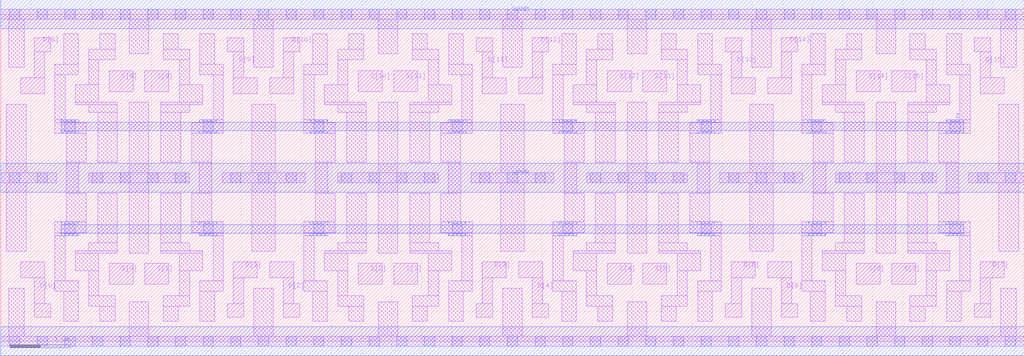
<source format=lef>
# Copyright 2020 The SkyWater PDK Authors
#
# Licensed under the Apache License, Version 2.0 (the "License");
# you may not use this file except in compliance with the License.
# You may obtain a copy of the License at
#
#     https://www.apache.org/licenses/LICENSE-2.0
#
# Unless required by applicable law or agreed to in writing, software
# distributed under the License is distributed on an "AS IS" BASIS,
# WITHOUT WARRANTIES OR CONDITIONS OF ANY KIND, either express or implied.
# See the License for the specific language governing permissions and
# limitations under the License.
#
# SPDX-License-Identifier: Apache-2.0

VERSION 5.7 ;
BUSBITCHARS "[]" ;
DIVIDERCHAR "/" ;
PROPERTYDEFINITIONS
  MACRO maskLayoutSubType STRING ;
  MACRO prCellType STRING ;
  MACRO originalViewName STRING ;
END PROPERTYDEFINITIONS
MACRO sky130_fd_sc_hdll__muxb16to1_1
  ORIGIN  0.000000  0.000000 ;
  CLASS CORE ;
  SYMMETRY X Y R90 ;
  SIZE  17.02000 BY  5.440000 ;
  SITE unithd ;
  PIN D[0]
    DIRECTION INPUT ;
    USE SIGNAL ;
    PORT
      LAYER li1 ;
        RECT 0.335000 1.055000 0.730000 1.325000 ;
        RECT 0.560000 0.395000 0.835000 0.625000 ;
        RECT 0.560000 0.625000 0.730000 1.055000 ;
    END
  END D[0]
  PIN D[1]
    DIRECTION INPUT ;
    USE SIGNAL ;
    PORT
      LAYER li1 ;
        RECT 3.765000 0.395000 4.040000 0.625000 ;
        RECT 3.870000 0.625000 4.040000 1.055000 ;
        RECT 3.870000 1.055000 4.265000 1.325000 ;
    END
  END D[1]
  PIN D[2]
    DIRECTION INPUT ;
    USE SIGNAL ;
    PORT
      LAYER li1 ;
        RECT 4.475000 1.055000 4.870000 1.325000 ;
        RECT 4.700000 0.395000 4.975000 0.625000 ;
        RECT 4.700000 0.625000 4.870000 1.055000 ;
    END
  END D[2]
  PIN D[3]
    DIRECTION INPUT ;
    USE SIGNAL ;
    PORT
      LAYER li1 ;
        RECT 7.905000 0.395000 8.180000 0.625000 ;
        RECT 8.010000 0.625000 8.180000 1.055000 ;
        RECT 8.010000 1.055000 8.405000 1.325000 ;
    END
  END D[3]
  PIN D[4]
    DIRECTION INPUT ;
    USE SIGNAL ;
    PORT
      LAYER li1 ;
        RECT 8.615000 1.055000 9.010000 1.325000 ;
        RECT 8.840000 0.395000 9.115000 0.625000 ;
        RECT 8.840000 0.625000 9.010000 1.055000 ;
    END
  END D[4]
  PIN D[5]
    DIRECTION INPUT ;
    USE SIGNAL ;
    PORT
      LAYER li1 ;
        RECT 12.045000 0.395000 12.320000 0.625000 ;
        RECT 12.150000 0.625000 12.320000 1.055000 ;
        RECT 12.150000 1.055000 12.545000 1.325000 ;
    END
  END D[5]
  PIN D[6]
    DIRECTION INPUT ;
    USE SIGNAL ;
    PORT
      LAYER li1 ;
        RECT 12.755000 1.055000 13.150000 1.325000 ;
        RECT 12.980000 0.395000 13.255000 0.625000 ;
        RECT 12.980000 0.625000 13.150000 1.055000 ;
    END
  END D[6]
  PIN D[7]
    DIRECTION INPUT ;
    USE SIGNAL ;
    PORT
      LAYER li1 ;
        RECT 16.185000 0.395000 16.460000 0.625000 ;
        RECT 16.290000 0.625000 16.460000 1.055000 ;
        RECT 16.290000 1.055000 16.685000 1.325000 ;
    END
  END D[7]
  PIN D[8]
    DIRECTION INPUT ;
    USE SIGNAL ;
    PORT
      LAYER li1 ;
        RECT 0.335000 4.115000 0.730000 4.385000 ;
        RECT 0.560000 4.385000 0.730000 4.815000 ;
        RECT 0.560000 4.815000 0.835000 5.045000 ;
    END
  END D[8]
  PIN D[9]
    DIRECTION INPUT ;
    USE SIGNAL ;
    PORT
      LAYER li1 ;
        RECT 3.765000 4.815000 4.040000 5.045000 ;
        RECT 3.870000 4.115000 4.265000 4.385000 ;
        RECT 3.870000 4.385000 4.040000 4.815000 ;
    END
  END D[9]
  PIN D[10]
    DIRECTION INPUT ;
    USE SIGNAL ;
    PORT
      LAYER li1 ;
        RECT 4.475000 4.115000 4.870000 4.385000 ;
        RECT 4.700000 4.385000 4.870000 4.815000 ;
        RECT 4.700000 4.815000 4.975000 5.045000 ;
    END
  END D[10]
  PIN D[11]
    DIRECTION INPUT ;
    USE SIGNAL ;
    PORT
      LAYER li1 ;
        RECT 7.905000 4.815000 8.180000 5.045000 ;
        RECT 8.010000 4.115000 8.405000 4.385000 ;
        RECT 8.010000 4.385000 8.180000 4.815000 ;
    END
  END D[11]
  PIN D[12]
    DIRECTION INPUT ;
    USE SIGNAL ;
    PORT
      LAYER li1 ;
        RECT 8.615000 4.115000 9.010000 4.385000 ;
        RECT 8.840000 4.385000 9.010000 4.815000 ;
        RECT 8.840000 4.815000 9.115000 5.045000 ;
    END
  END D[12]
  PIN D[13]
    DIRECTION INPUT ;
    USE SIGNAL ;
    PORT
      LAYER li1 ;
        RECT 12.045000 4.815000 12.320000 5.045000 ;
        RECT 12.150000 4.115000 12.545000 4.385000 ;
        RECT 12.150000 4.385000 12.320000 4.815000 ;
    END
  END D[13]
  PIN D[14]
    DIRECTION INPUT ;
    USE SIGNAL ;
    PORT
      LAYER li1 ;
        RECT 12.755000 4.115000 13.150000 4.385000 ;
        RECT 12.980000 4.385000 13.150000 4.815000 ;
        RECT 12.980000 4.815000 13.255000 5.045000 ;
    END
  END D[14]
  PIN D[15]
    DIRECTION INPUT ;
    USE SIGNAL ;
    PORT
      LAYER li1 ;
        RECT 16.185000 4.815000 16.460000 5.045000 ;
        RECT 16.290000 4.115000 16.685000 4.385000 ;
        RECT 16.290000 4.385000 16.460000 4.815000 ;
    END
  END D[15]
  PIN S[0]
    DIRECTION INPUT ;
    USE SIGNAL ;
    PORT
      LAYER li1 ;
        RECT 1.805000 0.945000 2.205000 1.295000 ;
    END
  END S[0]
  PIN S[1]
    DIRECTION INPUT ;
    USE SIGNAL ;
    PORT
      LAYER li1 ;
        RECT 2.395000 0.945000 2.795000 1.295000 ;
    END
  END S[1]
  PIN S[2]
    DIRECTION INPUT ;
    USE SIGNAL ;
    PORT
      LAYER li1 ;
        RECT 5.945000 0.945000 6.345000 1.295000 ;
    END
  END S[2]
  PIN S[3]
    DIRECTION INPUT ;
    USE SIGNAL ;
    PORT
      LAYER li1 ;
        RECT 6.535000 0.945000 6.935000 1.295000 ;
    END
  END S[3]
  PIN S[4]
    DIRECTION INPUT ;
    USE SIGNAL ;
    PORT
      LAYER li1 ;
        RECT 10.085000 0.945000 10.485000 1.295000 ;
    END
  END S[4]
  PIN S[5]
    DIRECTION INPUT ;
    USE SIGNAL ;
    PORT
      LAYER li1 ;
        RECT 10.675000 0.945000 11.075000 1.295000 ;
    END
  END S[5]
  PIN S[6]
    DIRECTION INPUT ;
    USE SIGNAL ;
    PORT
      LAYER li1 ;
        RECT 14.225000 0.945000 14.625000 1.295000 ;
    END
  END S[6]
  PIN S[7]
    DIRECTION INPUT ;
    USE SIGNAL ;
    PORT
      LAYER li1 ;
        RECT 14.815000 0.945000 15.215000 1.295000 ;
    END
  END S[7]
  PIN S[8]
    DIRECTION INPUT ;
    USE SIGNAL ;
    PORT
      LAYER li1 ;
        RECT 1.805000 4.145000 2.205000 4.495000 ;
    END
  END S[8]
  PIN S[9]
    DIRECTION INPUT ;
    USE SIGNAL ;
    PORT
      LAYER li1 ;
        RECT 2.395000 4.145000 2.795000 4.495000 ;
    END
  END S[9]
  PIN S[10]
    DIRECTION INPUT ;
    USE SIGNAL ;
    PORT
      LAYER li1 ;
        RECT 5.945000 4.145000 6.345000 4.495000 ;
    END
  END S[10]
  PIN S[11]
    DIRECTION INPUT ;
    USE SIGNAL ;
    PORT
      LAYER li1 ;
        RECT 6.535000 4.145000 6.935000 4.495000 ;
    END
  END S[11]
  PIN S[12]
    DIRECTION INPUT ;
    USE SIGNAL ;
    PORT
      LAYER li1 ;
        RECT 10.085000 4.145000 10.485000 4.495000 ;
    END
  END S[12]
  PIN S[13]
    DIRECTION INPUT ;
    USE SIGNAL ;
    PORT
      LAYER li1 ;
        RECT 10.675000 4.145000 11.075000 4.495000 ;
    END
  END S[13]
  PIN S[14]
    DIRECTION INPUT ;
    USE SIGNAL ;
    PORT
      LAYER li1 ;
        RECT 14.225000 4.145000 14.625000 4.495000 ;
    END
  END S[14]
  PIN S[15]
    DIRECTION INPUT ;
    USE SIGNAL ;
    PORT
      LAYER li1 ;
        RECT 14.815000 4.145000 15.215000 4.495000 ;
    END
  END S[15]
  PIN Z
    ANTENNADIFFAREA  1.992000 ;
    DIRECTION OUTPUT ;
    USE SIGNAL ;
    PORT
      LAYER met1 ;
        RECT  1.005000 1.755000  1.295000 1.800000 ;
        RECT  1.005000 1.800000 16.015000 1.940000 ;
        RECT  1.005000 1.940000  1.295000 1.985000 ;
        RECT  1.005000 3.455000  1.295000 3.500000 ;
        RECT  1.005000 3.500000 16.015000 3.640000 ;
        RECT  1.005000 3.640000  1.295000 3.685000 ;
        RECT  3.305000 1.755000  3.595000 1.800000 ;
        RECT  3.305000 1.940000  3.595000 1.985000 ;
        RECT  3.305000 3.455000  3.595000 3.500000 ;
        RECT  3.305000 3.640000  3.595000 3.685000 ;
        RECT  5.145000 1.755000  5.435000 1.800000 ;
        RECT  5.145000 1.940000  5.435000 1.985000 ;
        RECT  5.145000 3.455000  5.435000 3.500000 ;
        RECT  5.145000 3.640000  5.435000 3.685000 ;
        RECT  7.445000 1.755000  7.735000 1.800000 ;
        RECT  7.445000 1.940000  7.735000 1.985000 ;
        RECT  7.445000 3.455000  7.735000 3.500000 ;
        RECT  7.445000 3.640000  7.735000 3.685000 ;
        RECT  9.285000 1.755000  9.575000 1.800000 ;
        RECT  9.285000 1.940000  9.575000 1.985000 ;
        RECT  9.285000 3.455000  9.575000 3.500000 ;
        RECT  9.285000 3.640000  9.575000 3.685000 ;
        RECT 11.585000 1.755000 11.875000 1.800000 ;
        RECT 11.585000 1.940000 11.875000 1.985000 ;
        RECT 11.585000 3.455000 11.875000 3.500000 ;
        RECT 11.585000 3.640000 11.875000 3.685000 ;
        RECT 13.425000 1.755000 13.715000 1.800000 ;
        RECT 13.425000 1.940000 13.715000 1.985000 ;
        RECT 13.425000 3.455000 13.715000 3.500000 ;
        RECT 13.425000 3.640000 13.715000 3.685000 ;
        RECT 15.725000 1.755000 16.015000 1.800000 ;
        RECT 15.725000 1.940000 16.015000 1.985000 ;
        RECT 15.725000 3.455000 16.015000 3.500000 ;
        RECT 15.725000 3.640000 16.015000 3.685000 ;
    END
  END Z
  PIN VGND
    DIRECTION INOUT ;
    USE GROUND ;
    PORT
      LAYER met1 ;
        RECT 0.000000 -0.240000 17.020000 0.240000 ;
        RECT 0.000000  5.200000 17.020000 5.680000 ;
    END
  END VGND
  PIN VNB
    DIRECTION INOUT ;
    USE GROUND ;
    PORT
    END
  END VNB
  PIN VPB
    DIRECTION INOUT ;
    USE POWER ;
    PORT
    END
  END VPB
  PIN VPWR
    DIRECTION INOUT ;
    USE POWER ;
    PORT
      LAYER met1 ;
        RECT 0.000000 2.480000 17.020000 2.960000 ;
    END
  END VPWR
  OBS
    LAYER li1 ;
      RECT  0.000000 -0.085000 17.020000 0.085000 ;
      RECT  0.000000  2.635000  0.920000 2.805000 ;
      RECT  0.000000  5.355000 17.020000 5.525000 ;
      RECT  0.095000  1.495000  0.425000 2.635000 ;
      RECT  0.095000  2.805000  0.425000 3.945000 ;
      RECT  0.130000  0.085000  0.390000 0.885000 ;
      RECT  0.130000  4.555000  0.390000 5.355000 ;
      RECT  0.900000  0.835000  1.290000 1.005000 ;
      RECT  0.900000  1.005000  1.070000 1.755000 ;
      RECT  0.900000  1.755000  1.295000 1.805000 ;
      RECT  0.900000  1.805000  1.420000 1.985000 ;
      RECT  0.900000  3.455000  1.420000 3.635000 ;
      RECT  0.900000  3.635000  1.295000 3.685000 ;
      RECT  0.900000  3.685000  1.070000 4.435000 ;
      RECT  0.900000  4.435000  1.290000 4.605000 ;
      RECT  1.045000  0.330000  1.290000 0.835000 ;
      RECT  1.045000  4.605000  1.290000 5.110000 ;
      RECT  1.090000  1.985000  1.420000 2.465000 ;
      RECT  1.090000  2.465000  1.295000 2.975000 ;
      RECT  1.090000  2.975000  1.420000 3.455000 ;
      RECT  1.240000  1.175000  1.630000 1.465000 ;
      RECT  1.240000  1.465000  1.940000 1.505000 ;
      RECT  1.240000  3.935000  1.940000 3.975000 ;
      RECT  1.240000  3.975000  1.630000 4.265000 ;
      RECT  1.460000  0.585000  1.900000 0.755000 ;
      RECT  1.460000  0.755000  1.630000 1.175000 ;
      RECT  1.460000  1.505000  1.940000 1.635000 ;
      RECT  1.460000  3.805000  1.940000 3.935000 ;
      RECT  1.460000  4.265000  1.630000 4.685000 ;
      RECT  1.460000  4.685000  1.900000 4.855000 ;
      RECT  1.465000  2.635000  3.135000 2.805000 ;
      RECT  1.610000  1.635000  1.940000 2.465000 ;
      RECT  1.610000  2.975000  1.940000 3.805000 ;
      RECT  1.650000  0.330000  1.900000 0.585000 ;
      RECT  1.650000  4.855000  1.900000 5.110000 ;
      RECT  2.135000  0.085000  2.465000 0.660000 ;
      RECT  2.135000  1.465000  2.465000 2.635000 ;
      RECT  2.135000  2.805000  2.465000 3.975000 ;
      RECT  2.135000  4.780000  2.465000 5.355000 ;
      RECT  2.660000  1.465000  3.360000 1.505000 ;
      RECT  2.660000  1.505000  3.140000 1.635000 ;
      RECT  2.660000  1.635000  2.990000 2.465000 ;
      RECT  2.660000  2.975000  2.990000 3.805000 ;
      RECT  2.660000  3.805000  3.140000 3.935000 ;
      RECT  2.660000  3.935000  3.360000 3.975000 ;
      RECT  2.700000  0.330000  2.950000 0.585000 ;
      RECT  2.700000  0.585000  3.140000 0.755000 ;
      RECT  2.700000  4.685000  3.140000 4.855000 ;
      RECT  2.700000  4.855000  2.950000 5.110000 ;
      RECT  2.970000  0.755000  3.140000 1.175000 ;
      RECT  2.970000  1.175000  3.360000 1.465000 ;
      RECT  2.970000  3.975000  3.360000 4.265000 ;
      RECT  2.970000  4.265000  3.140000 4.685000 ;
      RECT  3.180000  1.805000  3.700000 1.985000 ;
      RECT  3.180000  1.985000  3.510000 2.465000 ;
      RECT  3.180000  2.975000  3.510000 3.455000 ;
      RECT  3.180000  3.455000  3.700000 3.635000 ;
      RECT  3.305000  1.755000  3.700000 1.805000 ;
      RECT  3.305000  2.465000  3.510000 2.975000 ;
      RECT  3.305000  3.635000  3.700000 3.685000 ;
      RECT  3.310000  0.330000  3.555000 0.835000 ;
      RECT  3.310000  0.835000  3.700000 1.005000 ;
      RECT  3.310000  4.435000  3.700000 4.605000 ;
      RECT  3.310000  4.605000  3.555000 5.110000 ;
      RECT  3.530000  1.005000  3.700000 1.755000 ;
      RECT  3.530000  3.685000  3.700000 4.435000 ;
      RECT  3.680000  2.635000  5.060000 2.805000 ;
      RECT  4.175000  1.495000  4.565000 2.635000 ;
      RECT  4.175000  2.805000  4.565000 3.945000 ;
      RECT  4.210000  0.085000  4.530000 0.885000 ;
      RECT  4.210000  4.555000  4.530000 5.355000 ;
      RECT  5.040000  0.835000  5.430000 1.005000 ;
      RECT  5.040000  1.005000  5.210000 1.755000 ;
      RECT  5.040000  1.755000  5.435000 1.805000 ;
      RECT  5.040000  1.805000  5.560000 1.985000 ;
      RECT  5.040000  3.455000  5.560000 3.635000 ;
      RECT  5.040000  3.635000  5.435000 3.685000 ;
      RECT  5.040000  3.685000  5.210000 4.435000 ;
      RECT  5.040000  4.435000  5.430000 4.605000 ;
      RECT  5.185000  0.330000  5.430000 0.835000 ;
      RECT  5.185000  4.605000  5.430000 5.110000 ;
      RECT  5.230000  1.985000  5.560000 2.465000 ;
      RECT  5.230000  2.465000  5.435000 2.975000 ;
      RECT  5.230000  2.975000  5.560000 3.455000 ;
      RECT  5.380000  1.175000  5.770000 1.465000 ;
      RECT  5.380000  1.465000  6.080000 1.505000 ;
      RECT  5.380000  3.935000  6.080000 3.975000 ;
      RECT  5.380000  3.975000  5.770000 4.265000 ;
      RECT  5.600000  0.585000  6.040000 0.755000 ;
      RECT  5.600000  0.755000  5.770000 1.175000 ;
      RECT  5.600000  1.505000  6.080000 1.635000 ;
      RECT  5.600000  3.805000  6.080000 3.935000 ;
      RECT  5.600000  4.265000  5.770000 4.685000 ;
      RECT  5.600000  4.685000  6.040000 4.855000 ;
      RECT  5.605000  2.635000  7.275000 2.805000 ;
      RECT  5.750000  1.635000  6.080000 2.465000 ;
      RECT  5.750000  2.975000  6.080000 3.805000 ;
      RECT  5.790000  0.330000  6.040000 0.585000 ;
      RECT  5.790000  4.855000  6.040000 5.110000 ;
      RECT  6.275000  0.085000  6.605000 0.660000 ;
      RECT  6.275000  1.465000  6.605000 2.635000 ;
      RECT  6.275000  2.805000  6.605000 3.975000 ;
      RECT  6.275000  4.780000  6.605000 5.355000 ;
      RECT  6.800000  1.465000  7.500000 1.505000 ;
      RECT  6.800000  1.505000  7.280000 1.635000 ;
      RECT  6.800000  1.635000  7.130000 2.465000 ;
      RECT  6.800000  2.975000  7.130000 3.805000 ;
      RECT  6.800000  3.805000  7.280000 3.935000 ;
      RECT  6.800000  3.935000  7.500000 3.975000 ;
      RECT  6.840000  0.330000  7.090000 0.585000 ;
      RECT  6.840000  0.585000  7.280000 0.755000 ;
      RECT  6.840000  4.685000  7.280000 4.855000 ;
      RECT  6.840000  4.855000  7.090000 5.110000 ;
      RECT  7.110000  0.755000  7.280000 1.175000 ;
      RECT  7.110000  1.175000  7.500000 1.465000 ;
      RECT  7.110000  3.975000  7.500000 4.265000 ;
      RECT  7.110000  4.265000  7.280000 4.685000 ;
      RECT  7.320000  1.805000  7.840000 1.985000 ;
      RECT  7.320000  1.985000  7.650000 2.465000 ;
      RECT  7.320000  2.975000  7.650000 3.455000 ;
      RECT  7.320000  3.455000  7.840000 3.635000 ;
      RECT  7.445000  1.755000  7.840000 1.805000 ;
      RECT  7.445000  2.465000  7.650000 2.975000 ;
      RECT  7.445000  3.635000  7.840000 3.685000 ;
      RECT  7.450000  0.330000  7.695000 0.835000 ;
      RECT  7.450000  0.835000  7.840000 1.005000 ;
      RECT  7.450000  4.435000  7.840000 4.605000 ;
      RECT  7.450000  4.605000  7.695000 5.110000 ;
      RECT  7.670000  1.005000  7.840000 1.755000 ;
      RECT  7.670000  3.685000  7.840000 4.435000 ;
      RECT  7.820000  2.635000  9.200000 2.805000 ;
      RECT  8.315000  1.495000  8.705000 2.635000 ;
      RECT  8.315000  2.805000  8.705000 3.945000 ;
      RECT  8.350000  0.085000  8.670000 0.885000 ;
      RECT  8.350000  4.555000  8.670000 5.355000 ;
      RECT  9.180000  0.835000  9.570000 1.005000 ;
      RECT  9.180000  1.005000  9.350000 1.755000 ;
      RECT  9.180000  1.755000  9.575000 1.805000 ;
      RECT  9.180000  1.805000  9.700000 1.985000 ;
      RECT  9.180000  3.455000  9.700000 3.635000 ;
      RECT  9.180000  3.635000  9.575000 3.685000 ;
      RECT  9.180000  3.685000  9.350000 4.435000 ;
      RECT  9.180000  4.435000  9.570000 4.605000 ;
      RECT  9.325000  0.330000  9.570000 0.835000 ;
      RECT  9.325000  4.605000  9.570000 5.110000 ;
      RECT  9.370000  1.985000  9.700000 2.465000 ;
      RECT  9.370000  2.465000  9.575000 2.975000 ;
      RECT  9.370000  2.975000  9.700000 3.455000 ;
      RECT  9.520000  1.175000  9.910000 1.465000 ;
      RECT  9.520000  1.465000 10.220000 1.505000 ;
      RECT  9.520000  3.935000 10.220000 3.975000 ;
      RECT  9.520000  3.975000  9.910000 4.265000 ;
      RECT  9.740000  0.585000 10.180000 0.755000 ;
      RECT  9.740000  0.755000  9.910000 1.175000 ;
      RECT  9.740000  1.505000 10.220000 1.635000 ;
      RECT  9.740000  3.805000 10.220000 3.935000 ;
      RECT  9.740000  4.265000  9.910000 4.685000 ;
      RECT  9.740000  4.685000 10.180000 4.855000 ;
      RECT  9.745000  2.635000 11.415000 2.805000 ;
      RECT  9.890000  1.635000 10.220000 2.465000 ;
      RECT  9.890000  2.975000 10.220000 3.805000 ;
      RECT  9.930000  0.330000 10.180000 0.585000 ;
      RECT  9.930000  4.855000 10.180000 5.110000 ;
      RECT 10.415000  0.085000 10.745000 0.660000 ;
      RECT 10.415000  1.465000 10.745000 2.635000 ;
      RECT 10.415000  2.805000 10.745000 3.975000 ;
      RECT 10.415000  4.780000 10.745000 5.355000 ;
      RECT 10.940000  1.465000 11.640000 1.505000 ;
      RECT 10.940000  1.505000 11.420000 1.635000 ;
      RECT 10.940000  1.635000 11.270000 2.465000 ;
      RECT 10.940000  2.975000 11.270000 3.805000 ;
      RECT 10.940000  3.805000 11.420000 3.935000 ;
      RECT 10.940000  3.935000 11.640000 3.975000 ;
      RECT 10.980000  0.330000 11.230000 0.585000 ;
      RECT 10.980000  0.585000 11.420000 0.755000 ;
      RECT 10.980000  4.685000 11.420000 4.855000 ;
      RECT 10.980000  4.855000 11.230000 5.110000 ;
      RECT 11.250000  0.755000 11.420000 1.175000 ;
      RECT 11.250000  1.175000 11.640000 1.465000 ;
      RECT 11.250000  3.975000 11.640000 4.265000 ;
      RECT 11.250000  4.265000 11.420000 4.685000 ;
      RECT 11.460000  1.805000 11.980000 1.985000 ;
      RECT 11.460000  1.985000 11.790000 2.465000 ;
      RECT 11.460000  2.975000 11.790000 3.455000 ;
      RECT 11.460000  3.455000 11.980000 3.635000 ;
      RECT 11.585000  1.755000 11.980000 1.805000 ;
      RECT 11.585000  2.465000 11.790000 2.975000 ;
      RECT 11.585000  3.635000 11.980000 3.685000 ;
      RECT 11.590000  0.330000 11.835000 0.835000 ;
      RECT 11.590000  0.835000 11.980000 1.005000 ;
      RECT 11.590000  4.435000 11.980000 4.605000 ;
      RECT 11.590000  4.605000 11.835000 5.110000 ;
      RECT 11.810000  1.005000 11.980000 1.755000 ;
      RECT 11.810000  3.685000 11.980000 4.435000 ;
      RECT 11.960000  2.635000 13.340000 2.805000 ;
      RECT 12.455000  1.495000 12.845000 2.635000 ;
      RECT 12.455000  2.805000 12.845000 3.945000 ;
      RECT 12.490000  0.085000 12.810000 0.885000 ;
      RECT 12.490000  4.555000 12.810000 5.355000 ;
      RECT 13.320000  0.835000 13.710000 1.005000 ;
      RECT 13.320000  1.005000 13.490000 1.755000 ;
      RECT 13.320000  1.755000 13.715000 1.805000 ;
      RECT 13.320000  1.805000 13.840000 1.985000 ;
      RECT 13.320000  3.455000 13.840000 3.635000 ;
      RECT 13.320000  3.635000 13.715000 3.685000 ;
      RECT 13.320000  3.685000 13.490000 4.435000 ;
      RECT 13.320000  4.435000 13.710000 4.605000 ;
      RECT 13.465000  0.330000 13.710000 0.835000 ;
      RECT 13.465000  4.605000 13.710000 5.110000 ;
      RECT 13.510000  1.985000 13.840000 2.465000 ;
      RECT 13.510000  2.465000 13.715000 2.975000 ;
      RECT 13.510000  2.975000 13.840000 3.455000 ;
      RECT 13.660000  1.175000 14.050000 1.465000 ;
      RECT 13.660000  1.465000 14.360000 1.505000 ;
      RECT 13.660000  3.935000 14.360000 3.975000 ;
      RECT 13.660000  3.975000 14.050000 4.265000 ;
      RECT 13.880000  0.585000 14.320000 0.755000 ;
      RECT 13.880000  0.755000 14.050000 1.175000 ;
      RECT 13.880000  1.505000 14.360000 1.635000 ;
      RECT 13.880000  3.805000 14.360000 3.935000 ;
      RECT 13.880000  4.265000 14.050000 4.685000 ;
      RECT 13.880000  4.685000 14.320000 4.855000 ;
      RECT 13.885000  2.635000 15.555000 2.805000 ;
      RECT 14.030000  1.635000 14.360000 2.465000 ;
      RECT 14.030000  2.975000 14.360000 3.805000 ;
      RECT 14.070000  0.330000 14.320000 0.585000 ;
      RECT 14.070000  4.855000 14.320000 5.110000 ;
      RECT 14.555000  0.085000 14.885000 0.660000 ;
      RECT 14.555000  1.465000 14.885000 2.635000 ;
      RECT 14.555000  2.805000 14.885000 3.975000 ;
      RECT 14.555000  4.780000 14.885000 5.355000 ;
      RECT 15.080000  1.465000 15.780000 1.505000 ;
      RECT 15.080000  1.505000 15.560000 1.635000 ;
      RECT 15.080000  1.635000 15.410000 2.465000 ;
      RECT 15.080000  2.975000 15.410000 3.805000 ;
      RECT 15.080000  3.805000 15.560000 3.935000 ;
      RECT 15.080000  3.935000 15.780000 3.975000 ;
      RECT 15.120000  0.330000 15.370000 0.585000 ;
      RECT 15.120000  0.585000 15.560000 0.755000 ;
      RECT 15.120000  4.685000 15.560000 4.855000 ;
      RECT 15.120000  4.855000 15.370000 5.110000 ;
      RECT 15.390000  0.755000 15.560000 1.175000 ;
      RECT 15.390000  1.175000 15.780000 1.465000 ;
      RECT 15.390000  3.975000 15.780000 4.265000 ;
      RECT 15.390000  4.265000 15.560000 4.685000 ;
      RECT 15.600000  1.805000 16.120000 1.985000 ;
      RECT 15.600000  1.985000 15.930000 2.465000 ;
      RECT 15.600000  2.975000 15.930000 3.455000 ;
      RECT 15.600000  3.455000 16.120000 3.635000 ;
      RECT 15.725000  1.755000 16.120000 1.805000 ;
      RECT 15.725000  2.465000 15.930000 2.975000 ;
      RECT 15.725000  3.635000 16.120000 3.685000 ;
      RECT 15.730000  0.330000 15.975000 0.835000 ;
      RECT 15.730000  0.835000 16.120000 1.005000 ;
      RECT 15.730000  4.435000 16.120000 4.605000 ;
      RECT 15.730000  4.605000 15.975000 5.110000 ;
      RECT 15.950000  1.005000 16.120000 1.755000 ;
      RECT 15.950000  3.685000 16.120000 4.435000 ;
      RECT 16.100000  2.635000 17.020000 2.805000 ;
      RECT 16.595000  1.495000 16.925000 2.635000 ;
      RECT 16.595000  2.805000 16.925000 3.945000 ;
      RECT 16.630000  0.085000 16.890000 0.885000 ;
      RECT 16.630000  4.555000 16.890000 5.355000 ;
    LAYER mcon ;
      RECT  0.145000 -0.085000  0.315000 0.085000 ;
      RECT  0.145000  2.635000  0.315000 2.805000 ;
      RECT  0.145000  5.355000  0.315000 5.525000 ;
      RECT  0.605000 -0.085000  0.775000 0.085000 ;
      RECT  0.605000  2.635000  0.775000 2.805000 ;
      RECT  0.605000  5.355000  0.775000 5.525000 ;
      RECT  1.065000 -0.085000  1.235000 0.085000 ;
      RECT  1.065000  1.785000  1.235000 1.955000 ;
      RECT  1.065000  3.485000  1.235000 3.655000 ;
      RECT  1.065000  5.355000  1.235000 5.525000 ;
      RECT  1.525000 -0.085000  1.695000 0.085000 ;
      RECT  1.525000  2.635000  1.695000 2.805000 ;
      RECT  1.525000  5.355000  1.695000 5.525000 ;
      RECT  1.985000 -0.085000  2.155000 0.085000 ;
      RECT  1.985000  2.635000  2.155000 2.805000 ;
      RECT  1.985000  5.355000  2.155000 5.525000 ;
      RECT  2.445000 -0.085000  2.615000 0.085000 ;
      RECT  2.445000  2.635000  2.615000 2.805000 ;
      RECT  2.445000  5.355000  2.615000 5.525000 ;
      RECT  2.905000 -0.085000  3.075000 0.085000 ;
      RECT  2.905000  2.635000  3.075000 2.805000 ;
      RECT  2.905000  5.355000  3.075000 5.525000 ;
      RECT  3.365000 -0.085000  3.535000 0.085000 ;
      RECT  3.365000  1.785000  3.535000 1.955000 ;
      RECT  3.365000  3.485000  3.535000 3.655000 ;
      RECT  3.365000  5.355000  3.535000 5.525000 ;
      RECT  3.825000 -0.085000  3.995000 0.085000 ;
      RECT  3.825000  2.635000  3.995000 2.805000 ;
      RECT  3.825000  5.355000  3.995000 5.525000 ;
      RECT  4.285000 -0.085000  4.455000 0.085000 ;
      RECT  4.285000  2.635000  4.455000 2.805000 ;
      RECT  4.285000  5.355000  4.455000 5.525000 ;
      RECT  4.745000 -0.085000  4.915000 0.085000 ;
      RECT  4.745000  2.635000  4.915000 2.805000 ;
      RECT  4.745000  5.355000  4.915000 5.525000 ;
      RECT  5.205000 -0.085000  5.375000 0.085000 ;
      RECT  5.205000  1.785000  5.375000 1.955000 ;
      RECT  5.205000  3.485000  5.375000 3.655000 ;
      RECT  5.205000  5.355000  5.375000 5.525000 ;
      RECT  5.665000 -0.085000  5.835000 0.085000 ;
      RECT  5.665000  2.635000  5.835000 2.805000 ;
      RECT  5.665000  5.355000  5.835000 5.525000 ;
      RECT  6.125000 -0.085000  6.295000 0.085000 ;
      RECT  6.125000  2.635000  6.295000 2.805000 ;
      RECT  6.125000  5.355000  6.295000 5.525000 ;
      RECT  6.585000 -0.085000  6.755000 0.085000 ;
      RECT  6.585000  2.635000  6.755000 2.805000 ;
      RECT  6.585000  5.355000  6.755000 5.525000 ;
      RECT  7.045000 -0.085000  7.215000 0.085000 ;
      RECT  7.045000  2.635000  7.215000 2.805000 ;
      RECT  7.045000  5.355000  7.215000 5.525000 ;
      RECT  7.505000 -0.085000  7.675000 0.085000 ;
      RECT  7.505000  1.785000  7.675000 1.955000 ;
      RECT  7.505000  3.485000  7.675000 3.655000 ;
      RECT  7.505000  5.355000  7.675000 5.525000 ;
      RECT  7.965000 -0.085000  8.135000 0.085000 ;
      RECT  7.965000  2.635000  8.135000 2.805000 ;
      RECT  7.965000  5.355000  8.135000 5.525000 ;
      RECT  8.425000 -0.085000  8.595000 0.085000 ;
      RECT  8.425000  2.635000  8.595000 2.805000 ;
      RECT  8.425000  5.355000  8.595000 5.525000 ;
      RECT  8.885000 -0.085000  9.055000 0.085000 ;
      RECT  8.885000  2.635000  9.055000 2.805000 ;
      RECT  8.885000  5.355000  9.055000 5.525000 ;
      RECT  9.345000 -0.085000  9.515000 0.085000 ;
      RECT  9.345000  1.785000  9.515000 1.955000 ;
      RECT  9.345000  3.485000  9.515000 3.655000 ;
      RECT  9.345000  5.355000  9.515000 5.525000 ;
      RECT  9.805000 -0.085000  9.975000 0.085000 ;
      RECT  9.805000  2.635000  9.975000 2.805000 ;
      RECT  9.805000  5.355000  9.975000 5.525000 ;
      RECT 10.265000 -0.085000 10.435000 0.085000 ;
      RECT 10.265000  2.635000 10.435000 2.805000 ;
      RECT 10.265000  5.355000 10.435000 5.525000 ;
      RECT 10.725000 -0.085000 10.895000 0.085000 ;
      RECT 10.725000  2.635000 10.895000 2.805000 ;
      RECT 10.725000  5.355000 10.895000 5.525000 ;
      RECT 11.185000 -0.085000 11.355000 0.085000 ;
      RECT 11.185000  2.635000 11.355000 2.805000 ;
      RECT 11.185000  5.355000 11.355000 5.525000 ;
      RECT 11.645000 -0.085000 11.815000 0.085000 ;
      RECT 11.645000  1.785000 11.815000 1.955000 ;
      RECT 11.645000  3.485000 11.815000 3.655000 ;
      RECT 11.645000  5.355000 11.815000 5.525000 ;
      RECT 12.105000 -0.085000 12.275000 0.085000 ;
      RECT 12.105000  2.635000 12.275000 2.805000 ;
      RECT 12.105000  5.355000 12.275000 5.525000 ;
      RECT 12.565000 -0.085000 12.735000 0.085000 ;
      RECT 12.565000  2.635000 12.735000 2.805000 ;
      RECT 12.565000  5.355000 12.735000 5.525000 ;
      RECT 13.025000 -0.085000 13.195000 0.085000 ;
      RECT 13.025000  2.635000 13.195000 2.805000 ;
      RECT 13.025000  5.355000 13.195000 5.525000 ;
      RECT 13.485000 -0.085000 13.655000 0.085000 ;
      RECT 13.485000  1.785000 13.655000 1.955000 ;
      RECT 13.485000  3.485000 13.655000 3.655000 ;
      RECT 13.485000  5.355000 13.655000 5.525000 ;
      RECT 13.945000 -0.085000 14.115000 0.085000 ;
      RECT 13.945000  2.635000 14.115000 2.805000 ;
      RECT 13.945000  5.355000 14.115000 5.525000 ;
      RECT 14.405000 -0.085000 14.575000 0.085000 ;
      RECT 14.405000  2.635000 14.575000 2.805000 ;
      RECT 14.405000  5.355000 14.575000 5.525000 ;
      RECT 14.865000 -0.085000 15.035000 0.085000 ;
      RECT 14.865000  2.635000 15.035000 2.805000 ;
      RECT 14.865000  5.355000 15.035000 5.525000 ;
      RECT 15.325000 -0.085000 15.495000 0.085000 ;
      RECT 15.325000  2.635000 15.495000 2.805000 ;
      RECT 15.325000  5.355000 15.495000 5.525000 ;
      RECT 15.785000 -0.085000 15.955000 0.085000 ;
      RECT 15.785000  1.785000 15.955000 1.955000 ;
      RECT 15.785000  3.485000 15.955000 3.655000 ;
      RECT 15.785000  5.355000 15.955000 5.525000 ;
      RECT 16.245000 -0.085000 16.415000 0.085000 ;
      RECT 16.245000  2.635000 16.415000 2.805000 ;
      RECT 16.245000  5.355000 16.415000 5.525000 ;
      RECT 16.705000 -0.085000 16.875000 0.085000 ;
      RECT 16.705000  2.635000 16.875000 2.805000 ;
      RECT 16.705000  5.355000 16.875000 5.525000 ;
  END
  PROPERTY maskLayoutSubType "abstract" ;
  PROPERTY prCellType "standard" ;
  PROPERTY originalViewName "layout" ;
END sky130_fd_sc_hdll__muxb16to1_1
END LIBRARY

</source>
